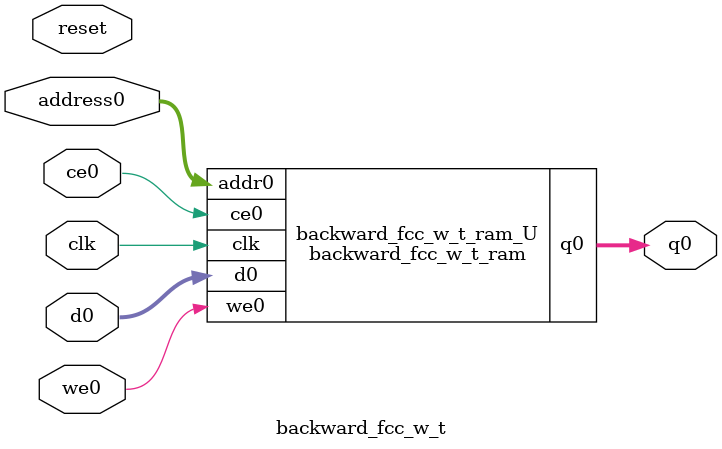
<source format=v>
`timescale 1 ns / 1 ps
module backward_fcc_w_t_ram (addr0, ce0, d0, we0, q0,  clk);

parameter DWIDTH = 32;
parameter AWIDTH = 14;
parameter MEM_SIZE = 10000;

input[AWIDTH-1:0] addr0;
input ce0;
input[DWIDTH-1:0] d0;
input we0;
output reg[DWIDTH-1:0] q0;
input clk;

reg [DWIDTH-1:0] ram[0:MEM_SIZE-1];




always @(posedge clk)  
begin 
    if (ce0) begin
        if (we0) 
            ram[addr0] <= d0; 
        q0 <= ram[addr0];
    end
end


endmodule

`timescale 1 ns / 1 ps
module backward_fcc_w_t(
    reset,
    clk,
    address0,
    ce0,
    we0,
    d0,
    q0);

parameter DataWidth = 32'd32;
parameter AddressRange = 32'd10000;
parameter AddressWidth = 32'd14;
input reset;
input clk;
input[AddressWidth - 1:0] address0;
input ce0;
input we0;
input[DataWidth - 1:0] d0;
output[DataWidth - 1:0] q0;



backward_fcc_w_t_ram backward_fcc_w_t_ram_U(
    .clk( clk ),
    .addr0( address0 ),
    .ce0( ce0 ),
    .we0( we0 ),
    .d0( d0 ),
    .q0( q0 ));

endmodule


</source>
